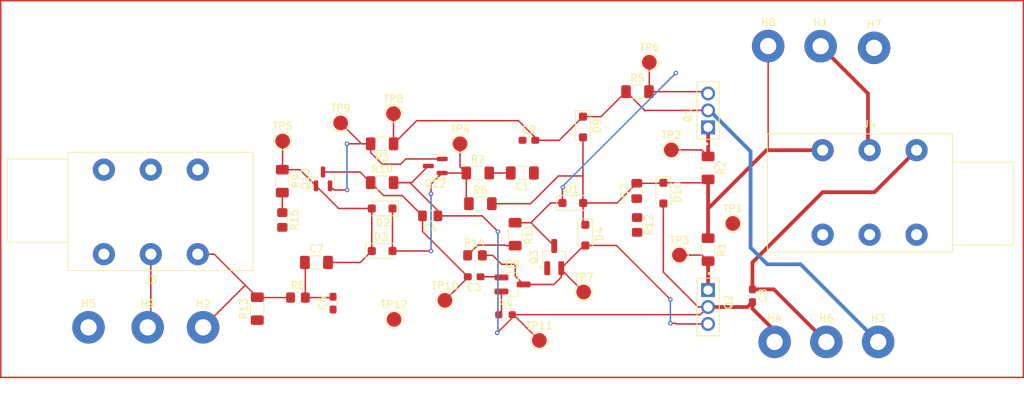
<source format=kicad_pcb>
(kicad_pcb (version 20241229) (generator "pcbnew") (generator_version "9.0")
  (layers (0 "F.Cu" signal) (2 "B.Cu" signal) (13 "F.Paste" user) (15 "B.Paste" user) (5 "F.SilkS" user "F.Silkscreen") (7 "B.SilkS" user "B.Silkscreen") (1 "F.Mask" user) (3 "B.Mask" user) (25 "Edge.Cuts" user))
  (net 0 "")
  (net 1 "Net-(C1-Pad2)")
  (net 2 "GND")
  (net 3 "Net-(C2-Pad1)")
  (net 4 "Net-(D1-A)")
  (net 5 "Net-(Q9-B)")
  (net 6 "Net-(Q13-C)")
  (net 7 "Net-(D10-A)")
  (net 8 "Net-(C6-Pad2)")
  (net 9 "Net-(D2-A)")
  (net 10 "Net-(D9-K)")
  (net 11 "Net-(D1-K)")
  (net 12 "Net-(D2-K)")
  (net 13 "Net-(D4-A)")
  (net 14 "Net-(H1-Pad1)")
  (net 15 "Net-(H2-Pad1)")
  (net 16 "Net-(H9-Pad1)")
  (net 23 "Net-(Q1-E)")
  (net 24 "Net-(Q2-E)")
  (net 25 "Net-(Q3-B)")
  (net 26 "Net-(Q9-E)")
  (net 27 "Net-(Q12-E)")
  (net 28 "Net-(R15-Pad1)")
  (footprint "Resistor_SMD:R_1206_3216Metric_Pad1.30x1.75mm_HandSolder" (layer "F.Cu") (at 88.3875 84.75)
    (property "Reference" "R10" (at 0 -1.83 0) (layer "F.SilkS"))
    (property "Value" "1k")
    (pad "1" smd roundrect (at -1.55 0) (size 1.3 1.75) (layers "F.Cu" "F.Mask" "F.Paste") (roundrect_rratio 0.192308) (net 6 "Net-(Q13-C)"))
    (pad "2" smd roundrect (at 1.55 0) (size 1.3 1.75) (layers "F.Cu" "F.Mask" "F.Paste") (roundrect_rratio 0.192308) (net 7 "Net-(D10-A)"))
  )
  (footprint "Capacitor_SMD:C_1206_3216Metric_Pad1.33x1.80mm_HandSolder" (layer "F.Cu") (at 79.5 95.55)
    (property "Reference" "C7" (at 0 -1.85 0) (layer "F.SilkS"))
    (property "Value" "22u")
    (pad "1" smd roundrect (at -1.5625 0) (size 1.325 1.8) (layers "F.Cu" "F.Mask" "F.Paste") (roundrect_rratio 0.188679) (net 8 "Net-(C6-Pad2)"))
    (pad "2" smd roundrect (at 1.5625 0) (size 1.325 1.8) (layers "F.Cu" "F.Mask" "F.Paste") (roundrect_rratio 0.188679) (net 9 "Net-(D2-A)"))
  )
  (footprint "TestPoint:TestPoint_Pad_D2.0mm" (layer "F.Cu") (at 90 103.25)
    (property "Reference" "TP12" (at 0 -1.998 0) (layer "F.SilkS"))
    (property "Value" "GND")
    (pad "1" smd circle (at 0 0) (size 2 2) (layers "F.Cu" "F.Mask") (net 2 "GND"))
  )
  (footprint "project-custom:TO229P780X300X1364-3" (layer "F.Cu") (at 132.48 77.2725 90)
    (property "Reference" "Q1" (at 1.625 -2.775 90) (layer "F.SilkS"))
    (property "Value" "MJE182G")
    (pad "1" thru_hole rect (at 0 0 90) (size 1.875 1.875) (drill 1.25) (layers "*.Cu" "*.Mask") (net 23 "Net-(Q1-E)"))
    (pad "2" thru_hole circle (at 2.29 0 90) (size 1.875 1.875) (drill 1.25) (layers "*.Cu" "*.Mask") (net 10 "Net-(D9-K)"))
    (pad "3" thru_hole circle (at 4.58 0 90) (size 1.875 1.875) (drill 1.25) (layers "*.Cu" "*.Mask") (net 11 "Net-(D1-K)"))
  )
  (footprint "TestPoint:TestPoint_Pad_D2.0mm" (layer "F.Cu") (at 96.875 100.675)
    (property "Reference" "TP10" (at 0 -1.998 0) (layer "F.SilkS"))
    (property "Value" "TestPoint")
    (pad "1" smd circle (at 0 0) (size 2 2) (layers "F.Cu" "F.Mask") (net 6 "Net-(Q13-C)"))
  )
  (footprint "Resistor_SMD:R_0805_2012Metric_Pad1.20x1.40mm_HandSolder" (layer "F.Cu") (at 77 100.3)
    (property "Reference" "R8" (at 0 -1.65 0) (layer "F.SilkS"))
    (property "Value" "200")
    (pad "1" smd roundrect (at -1 0) (size 1.2 1.4) (layers "F.Cu" "F.Mask" "F.Paste") (roundrect_rratio 0.208333) (net 15 "Net-(H2-Pad1)"))
    (pad "2" smd roundrect (at 1 0) (size 1.2 1.4) (layers "F.Cu" "F.Mask" "F.Paste") (roundrect_rratio 0.208333) (net 8 "Net-(C6-Pad2)"))
  )
  (footprint "Connector_Audio:Jack_6.35mm_Neutrik_NRJ6HM-1_Horizontal" (layer "F.Cu") (at 147.975 80.365)
    (property "Reference" "J4" (at 6.35 -3.5 0) (layer "F.SilkS"))
    (property "Value" "NRJ6HM-1")
    (pad "R" thru_hole circle (at 6.35 0) (size 3 3) (drill 1.5) (layers "*.Cu" "*.Mask") (net 14 "Net-(H1-Pad1)"))
    (pad "RN" thru_hole circle (at 6.35 11.43) (size 3 3) (drill 1.5) (layers "*.Cu" "*.Mask"))
    (pad "S" thru_hole circle (at 12.7 0) (size 3 3) (drill 1.5) (layers "*.Cu" "*.Mask") (net 2 "GND"))
    (pad "SN" thru_hole circle (at 12.7 11.43) (size 3 3) (drill 1.5) (layers "*.Cu" "*.Mask"))
    (pad "T" thru_hole circle (at 0 0) (size 3 3) (drill 1.5) (layers "*.Cu" "*.Mask") (net 4 "Net-(D1-A)"))
    (pad "TN" thru_hole circle (at 0 11.43) (size 3 3) (drill 1.5) (layers "*.Cu" "*.Mask"))
  )
  (footprint "Resistor_SMD:R_1206_3216Metric_Pad1.30x1.75mm_HandSolder" (layer "F.Cu") (at 106.375 91.725 -90)
    (property "Reference" "R11" (at 0 -1.83 90) (layer "F.SilkS"))
    (property "Value" "1k")
    (pad "1" smd roundrect (at -1.55 0 270) (size 1.3 1.75) (layers "F.Cu" "F.Mask" "F.Paste") (roundrect_rratio 0.192308) (net 11 "Net-(D1-K)"))
    (pad "2" smd roundrect (at 1.55 0 270) (size 1.3 1.75) (layers "F.Cu" "F.Mask" "F.Paste") (roundrect_rratio 0.192308) (net 25 "Net-(Q3-B)"))
  )
  (footprint "Diode_SMD:D_SOD-123F" (layer "F.Cu") (at 126.425 86.175 -90)
    (property "Reference" "D10" (at -0.127 -1.905 90) (layer "F.SilkS"))
    (property "Value" "SM4007PL")
    (pad "1" smd roundrect (at -1.4 0 270) (size 1.1 1.1) (layers "F.Cu" "F.Mask" "F.Paste") (roundrect_rratio 0.2272727273) (net 4 "Net-(D1-A)"))
    (pad "2" smd roundrect (at 1.4 0 270) (size 1.1 1.1) (layers "F.Cu" "F.Mask" "F.Paste") (roundrect_rratio 0.2272727273) (net 7 "Net-(D10-A)"))
  )
  (footprint "Package_TO_SOT_SMD:SOT-23_Handsoldering" (layer "F.Cu") (at 106.025 98.525)
    (property "Reference" "Q9" (at 0 -2.75 0) (layer "F.SilkS"))
    (property "Value" "MMBT5551(RANGE:200-300)")
    (pad "1" smd roundrect (at -1.5 -0.95) (size 1.9 0.8) (layers "F.Cu" "F.Mask" "F.Paste") (net 5 "Net-(Q9-B)"))
    (pad "2" smd roundrect (at -1.5 0.95) (size 1.9 0.8) (layers "F.Cu" "F.Mask" "F.Paste") (net 26 "Net-(Q9-E)"))
    (pad "3" smd roundrect (at 1.5 0) (size 1.9 0.8) (layers "F.Cu" "F.Mask" "F.Paste") (net 13 "Net-(D4-A)"))
  )
  (footprint "MountingHole:MountingHole_2.2mm_M2_Pad_TopBottom" (layer "F.Cu") (at 56.675 104.325)
    (property "Reference" "H9" (at 0 -3.2 0) (layer "F.SilkS"))
    (property "Value" "IN AMP B")
    (pad "1" thru_hole circle (at 0 0) (size 2.6 2.6) (drill 2.2) (layers "*.Cu" "*.Mask") (net 16 "Net-(H9-Pad1)"))
    (pad "1" connect circle (at 0 0) (size 4.4 4.4) (layers "F.Cu" "F.Mask") (net 16 "Net-(H9-Pad1)"))
    (pad "1" connect circle (at 0 0) (size 4.4 4.4) (layers "B.Cu" "B.Mask") (net 16 "Net-(H9-Pad1)"))
  )
  (footprint "TestPoint:TestPoint_Pad_D2.0mm" (layer "F.Cu") (at 74.925 79.125)
    (property "Reference" "TP5" (at 0 -1.998 0) (layer "F.SilkS"))
    (property "Value" "Input")
    (pad "1" smd circle (at 0 0) (size 2 2) (layers "F.Cu" "F.Mask") (net 9 "Net-(D2-A)"))
  )
  (footprint "Package_TO_SOT_SMD:SOT-23" (layer "F.Cu") (at 95.575 82.5 180)
    (property "Reference" "Q12" (at 0 -2.4 0) (layer "F.SilkS"))
    (property "Value" "MMBT5401")
    (pad "1" smd roundrect (at -0.9375 -0.95 180) (size 1.475 0.6) (layers "F.Cu" "F.Mask" "F.Paste") (net 12 "Net-(D2-K)"))
    (pad "2" smd roundrect (at -0.9375 0.95 180) (size 1.475 0.6) (layers "F.Cu" "F.Mask" "F.Paste") (net 27 "Net-(Q12-E)"))
    (pad "3" smd roundrect (at 0.9375 0 180) (size 1.475 0.6) (layers "F.Cu" "F.Mask" "F.Paste") (net 7 "Net-(D10-A)"))
  )
  (footprint "Capacitor_SMD:C_0805_2012Metric_Pad1.18x1.45mm_HandSolder" (layer "F.Cu") (at 122.825 85.875 90)
    (property "Reference" "C2" (at 0 -1.68 90) (layer "F.SilkS"))
    (property "Value" "10n")
    (pad "1" smd roundrect (at -1.0375 0 90) (size 1.175 1.45) (layers "F.Cu" "F.Mask" "F.Paste") (roundrect_rratio 0.212766) (net 3 "Net-(C2-Pad1)"))
    (pad "2" smd roundrect (at 1.0375 0 90) (size 1.175 1.45) (layers "F.Cu" "F.Mask" "F.Paste") (roundrect_rratio 0.212766) (net 4 "Net-(D1-A)"))
  )
  (footprint "Capacitor_SMD:C_1206_3216Metric_Pad1.33x1.80mm_HandSolder" (layer "F.Cu") (at 107.35 83.45 180)
    (property "Reference" "C1" (at 0 -1.85 0) (layer "F.SilkS"))
    (property "Value" "100u")
    (pad "1" smd roundrect (at -1.5625 0 180) (size 1.325 1.8) (layers "F.Cu" "F.Mask" "F.Paste") (roundrect_rratio 0.188679) (net 2 "GND"))
    (pad "2" smd roundrect (at 1.5625 0 180) (size 1.325 1.8) (layers "F.Cu" "F.Mask" "F.Paste") (roundrect_rratio 0.188679) (net 1 "Net-(C1-Pad2)"))
  )
  (footprint "Resistor_SMD:R_1206_3216Metric_Pad1.30x1.75mm_HandSolder" (layer "F.Cu") (at 88.3875 79.5 180)
    (property "Reference" "R3" (at 0 -1.83 0) (layer "F.SilkS"))
    (property "Value" "4k7")
    (pad "1" smd roundrect (at -1.55 0 180) (size 1.3 1.75) (layers "F.Cu" "F.Mask" "F.Paste") (roundrect_rratio 0.192308) (net 10 "Net-(D9-K)"))
    (pad "2" smd roundrect (at 1.55 0 180) (size 1.3 1.75) (layers "F.Cu" "F.Mask" "F.Paste") (roundrect_rratio 0.192308) (net 27 "Net-(Q12-E)"))
  )
  (footprint "MountingHole:MountingHole_2.2mm_M2_Pad_TopBottom" (layer "F.Cu") (at 154.925 66.525)
    (property "Reference" "H7" (at 0 -3.2 0) (layer "F.SilkS"))
    (property "Value" "GND")
    (pad "1" thru_hole circle (at 0 0) (size 2.6 2.6) (drill 2.2) (layers "*.Cu" "*.Mask") (net 2 "GND"))
    (pad "1" connect circle (at 0 0) (size 4.4 4.4) (layers "F.Cu" "F.Mask") (net 2 "GND"))
    (pad "1" connect circle (at 0 0) (size 4.4 4.4) (layers "B.Cu" "B.Mask") (net 2 "GND"))
  )
  (footprint "Resistor_SMD:R_1206_3216Metric_Pad1.30x1.75mm_HandSolder" (layer "F.Cu") (at 132.475 93.815 -90)
    (property "Reference" "R1" (at 0 -1.83 90) (layer "F.SilkS"))
    (property "Value" "10")
    (pad "1" smd roundrect (at -1.55 0 270) (size 1.3 1.75) (layers "F.Cu" "F.Mask" "F.Paste") (roundrect_rratio 0.192308) (net 4 "Net-(D1-A)"))
    (pad "2" smd roundrect (at 1.55 0 270) (size 1.3 1.75) (layers "F.Cu" "F.Mask" "F.Paste") (roundrect_rratio 0.192308) (net 24 "Net-(Q2-E)"))
  )
  (footprint "Resistor_SMD:R_0805_2012Metric_Pad1.20x1.40mm_HandSolder" (layer "F.Cu") (at 74.8875 89.8 -90)
    (property "Reference" "R15" (at 0 -1.65 90) (layer "F.SilkS"))
    (property "Value" "200")
    (pad "1" smd roundrect (at -1 0 270) (size 1.2 1.4) (layers "F.Cu" "F.Mask" "F.Paste") (roundrect_rratio 0.208333) (net 28 "Net-(R15-Pad1)"))
    (pad "2" smd roundrect (at 1 0 270) (size 1.2 1.4) (layers "F.Cu" "F.Mask" "F.Paste") (roundrect_rratio 0.208333) (net 2 "GND"))
  )
  (footprint "Connector_Audio:Jack_6.35mm_Neutrik_NRJ6HM-1_Horizontal" (layer "F.Cu") (at 63.45 94.43 180)
    (property "Reference" "J3" (at 6.35 -3.5 0) (layer "F.SilkS"))
    (property "Value" "ACJS-MHOM")
    (pad "R" thru_hole circle (at 6.35 0 180) (size 3 3) (drill 1.5) (layers "*.Cu" "*.Mask") (net 16 "Net-(H9-Pad1)"))
    (pad "RN" thru_hole circle (at 6.35 11.43 180) (size 3 3) (drill 1.5) (layers "*.Cu" "*.Mask"))
    (pad "S" thru_hole circle (at 12.7 0 180) (size 3 3) (drill 1.5) (layers "*.Cu" "*.Mask") (net 2 "GND"))
    (pad "SN" thru_hole circle (at 12.7 11.43 180) (size 3 3) (drill 1.5) (layers "*.Cu" "*.Mask"))
    (pad "T" thru_hole circle (at 0 0 180) (size 3 3) (drill 1.5) (layers "*.Cu" "*.Mask") (net 15 "Net-(H2-Pad1)"))
    (pad "TN" thru_hole circle (at 0 11.43 180) (size 3 3) (drill 1.5) (layers "*.Cu" "*.Mask"))
  )
  (footprint "TestPoint:TestPoint_Pad_D2.0mm" (layer "F.Cu") (at 127.5 80.325)
    (property "Reference" "TP2" (at 0 -1.998 0) (layer "F.SilkS"))
    (property "Value" "Q1")
    (pad "1" smd circle (at 0 0) (size 2 2) (layers "F.Cu" "F.Mask") (net 23 "Net-(Q1-E)"))
  )
  (footprint "MountingHole:MountingHole_2.2mm_M2_Pad_TopBottom" (layer "F.Cu") (at 147.7 66.3)
    (property "Reference" "H1" (at 0 -3.2 0) (layer "F.SilkS"))
    (property "Value" "OUT AMP B")
    (pad "1" thru_hole circle (at 0 0) (size 2.6 2.6) (drill 2.2) (layers "*.Cu" "*.Mask") (net 14 "Net-(H1-Pad1)"))
    (pad "1" connect circle (at 0 0) (size 4.4 4.4) (layers "F.Cu" "F.Mask") (net 14 "Net-(H1-Pad1)"))
    (pad "1" connect circle (at 0 0) (size 4.4 4.4) (layers "B.Cu" "B.Mask") (net 14 "Net-(H1-Pad1)"))
  )
  (footprint "Capacitor_SMD:C_0805_2012Metric_Pad1.18x1.45mm_HandSolder" (layer "F.Cu") (at 94.8875 89.25 180)
    (property "Reference" "C4" (at 0 -1.68 0) (layer "F.SilkS"))
    (property "Value" "10n")
    (pad "1" smd roundrect (at -1.0375 0 180) (size 1.175 1.45) (layers "F.Cu" "F.Mask" "F.Paste") (roundrect_rratio 0.212766) (net 7 "Net-(D10-A)"))
    (pad "2" smd roundrect (at 1.0375 0 180) (size 1.175 1.45) (layers "F.Cu" "F.Mask" "F.Paste") (roundrect_rratio 0.212766) (net 6 "Net-(Q13-C)"))
  )
  (footprint "MountingHole:MountingHole_2.2mm_M2_Pad_TopBottom" (layer "F.Cu") (at 148.475 106.295)
    (property "Reference" "H6" (at 0 -3.2 0) (layer "F.SilkS"))
    (property "Value" "VCC GND")
    (pad "1" thru_hole circle (at 0 0) (size 2.6 2.6) (drill 2.2) (layers "*.Cu" "*.Mask") (net 2 "GND"))
    (pad "1" connect circle (at 0 0) (size 4.4 4.4) (layers "F.Cu" "F.Mask") (net 2 "GND"))
    (pad "1" connect circle (at 0 0) (size 4.4 4.4) (layers "B.Cu" "B.Mask") (net 2 "GND"))
  )
  (footprint "TestPoint:TestPoint_Pad_D2.0mm" (layer "F.Cu") (at 82.775 76.675)
    (property "Reference" "TP9" (at 0 -1.998 0) (layer "F.SilkS"))
    (property "Value" "TestPoint")
    (pad "1" smd circle (at 0 0) (size 2 2) (layers "F.Cu" "F.Mask") (net 27 "Net-(Q12-E)"))
  )
  (footprint "TestPoint:TestPoint_Pad_D2.0mm" (layer "F.Cu") (at 128.6 94.55)
    (property "Reference" "TP3" (at 0 -1.998 0) (layer "F.SilkS"))
    (property "Value" "Q2")
    (pad "1" smd circle (at 0 0) (size 2 2) (layers "F.Cu" "F.Mask") (net 24 "Net-(Q2-E)"))
  )
  (footprint "Diode_SMD:D_SOD-123F" (layer "F.Cu") (at 115.55 77.225 -90)
    (property "Reference" "D9" (at -0.127 -1.905 90) (layer "F.SilkS"))
    (property "Value" "SM4007PL")
    (pad "1" smd roundrect (at -1.4 0 270) (size 1.1 1.1) (layers "F.Cu" "F.Mask" "F.Paste") (roundrect_rratio 0.2272727273) (net 10 "Net-(D9-K)"))
    (pad "2" smd roundrect (at 1.4 0 270) (size 1.1 1.1) (layers "F.Cu" "F.Mask" "F.Paste") (roundrect_rratio 0.2272727273) (net 4 "Net-(D1-A)"))
  )
  (footprint "project-custom:TO229P780X300X1364-3" (layer "F.Cu") (at 132.47 99.2875 -90)
    (property "Reference" "Q2" (at 1.625 -2.775 90) (layer "F.SilkS"))
    (property "Value" "MJE172G")
    (pad "1" thru_hole rect (at 0 0 270) (size 1.875 1.875) (drill 1.25) (layers "*.Cu" "*.Mask") (net 24 "Net-(Q2-E)"))
    (pad "2" thru_hole circle (at 2.29 0 270) (size 1.875 1.875) (drill 1.25) (layers "*.Cu" "*.Mask") (net 7 "Net-(D10-A)"))
    (pad "3" thru_hole circle (at 4.58 0 270) (size 1.875 1.875) (drill 1.25) (layers "*.Cu" "*.Mask") (net 13 "Net-(D4-A)"))
  )
  (footprint "MountingHole:MountingHole_2.2mm_M2_Pad_TopBottom" (layer "F.Cu") (at 141.475 106.295)
    (property "Reference" "H4" (at 0 -3.2 0) (layer "F.SilkS"))
    (property "Value" "VCC -")
    (pad "1" thru_hole circle (at 0 0) (size 2.6 2.6) (drill 2.2) (layers "*.Cu" "*.Mask") (net 7 "Net-(D10-A)"))
    (pad "1" connect circle (at 0 0) (size 4.4 4.4) (layers "F.Cu" "F.Mask") (net 7 "Net-(D10-A)"))
    (pad "1" connect circle (at 0 0) (size 4.4 4.4) (layers "B.Cu" "B.Mask") (net 7 "Net-(D10-A)"))
  )
  (footprint "MountingHole:MountingHole_2.2mm_M2_Pad_TopBottom" (layer "F.Cu") (at 155.475 106.295)
    (property "Reference" "H3" (at 0 -3.2 0) (layer "F.SilkS"))
    (property "Value" "VCC +")
    (pad "1" thru_hole circle (at 0 0) (size 2.6 2.6) (drill 2.2) (layers "*.Cu" "*.Mask") (net 10 "Net-(D9-K)"))
    (pad "1" connect circle (at 0 0) (size 4.4 4.4) (layers "F.Cu" "F.Mask") (net 10 "Net-(D9-K)"))
    (pad "1" connect circle (at 0 0) (size 4.4 4.4) (layers "B.Cu" "B.Mask") (net 10 "Net-(D9-K)"))
  )
  (footprint "Diode_SMD:D_SOD-123F" (layer "F.Cu") (at 88.3875 94)
    (property "Reference" "D3" (at -0.127 -1.905 0) (layer "F.SilkS"))
    (property "Value" "SM4007PL")
    (pad "1" smd roundrect (at -1.4 0) (size 1.1 1.1) (layers "F.Cu" "F.Mask" "F.Paste") (roundrect_rratio 0.2272727273) (net 9 "Net-(D2-A)"))
    (pad "2" smd roundrect (at 1.4 0) (size 1.1 1.1) (layers "F.Cu" "F.Mask" "F.Paste") (roundrect_rratio 0.2272727273) (net 12 "Net-(D2-K)"))
  )
  (footprint "Capacitor_SMD:C_0603_1608Metric_Pad1.08x0.95mm_HandSolder" (layer "F.Cu") (at 108.2375 79.025)
    (property "Reference" "C9" (at 0 -1.43 0) (layer "F.SilkS"))
    (property "Value" "100n")
    (pad "1" smd roundrect (at -0.8625 0) (size 1.075 0.95) (layers "F.Cu" "F.Mask" "F.Paste") (net 2 "GND"))
    (pad "2" smd roundrect (at 0.8625 0) (size 1.075 0.95) (layers "F.Cu" "F.Mask" "F.Paste") (net 10 "Net-(D9-K)"))
  )
  (footprint "Resistor_SMD:R_0805_2012Metric_Pad1.20x1.40mm_HandSolder" (layer "F.Cu") (at 122.875 90.475 -90)
    (property "Reference" "R12" (at 0 -1.65 90) (layer "F.SilkS"))
    (property "Value" "51")
    (pad "1" smd roundrect (at -1 0 270) (size 1.2 1.4) (layers "F.Cu" "F.Mask" "F.Paste") (roundrect_rratio 0.208333) (net 3 "Net-(C2-Pad1)"))
    (pad "2" smd roundrect (at 1 0 270) (size 1.2 1.4) (layers "F.Cu" "F.Mask" "F.Paste") (roundrect_rratio 0.208333) (net 2 "GND"))
  )
  (footprint "Capacitor_SMD:C_0603_1608Metric_Pad1.08x0.95mm_HandSolder" (layer "F.Cu") (at 81.75 101.05 90)
    (property "Reference" "C6" (at 0 -1.43 90) (layer "F.SilkS"))
    (property "Value" "220p")
    (pad "1" smd roundrect (at -0.8625 0 90) (size 1.075 0.95) (layers "F.Cu" "F.Mask" "F.Paste") (net 2 "GND"))
    (pad "2" smd roundrect (at 0.8625 0 90) (size 1.075 0.95) (layers "F.Cu" "F.Mask" "F.Paste") (net 8 "Net-(C6-Pad2)"))
  )
  (footprint "Package_TO_SOT_SMD:SOT-23" (layer "F.Cu") (at 80.3875 84.25 90)
    (property "Reference" "Q13" (at 0 -2.4 90) (layer "F.SilkS"))
    (property "Value" "MMBT5401")
    (pad "1" smd roundrect (at -0.9375 -0.95 90) (size 1.475 0.6) (layers "F.Cu" "F.Mask" "F.Paste") (net 9 "Net-(D2-A)"))
    (pad "2" smd roundrect (at -0.9375 0.95 90) (size 1.475 0.6) (layers "F.Cu" "F.Mask" "F.Paste") (net 27 "Net-(Q12-E)"))
    (pad "3" smd roundrect (at 0.9375 0 90) (size 1.475 0.6) (layers "F.Cu" "F.Mask" "F.Paste") (net 6 "Net-(Q13-C)"))
  )
  (footprint "Capacitor_SMD:C_0603_1608Metric_Pad1.08x0.95mm_HandSolder" (layer "F.Cu") (at 138.475 100.045 -90)
    (property "Reference" "C8" (at 0 -1.43 90) (layer "F.SilkS"))
    (property "Value" "100n")
    (pad "1" smd roundrect (at -0.8625 0 270) (size 1.075 0.95) (layers "F.Cu" "F.Mask" "F.Paste") (net 2 "GND"))
    (pad "2" smd roundrect (at 0.8625 0 270) (size 1.075 0.95) (layers "F.Cu" "F.Mask" "F.Paste") (net 7 "Net-(D10-A)"))
  )
  (footprint "Resistor_SMD:R_0603_1608Metric_Pad0.98x0.95mm_HandSolder" (layer "F.Cu") (at 105.075 102.6125)
    (property "Reference" "R4" (at 0 -1.43 0) (layer "F.SilkS"))
    (property "Value" "75")
    (pad "1" smd roundrect (at -0.9125 0) (size 0.975 0.95) (layers "F.Cu" "F.Mask" "F.Paste") (net 26 "Net-(Q9-E)"))
    (pad "2" smd roundrect (at 0.9125 0) (size 0.975 0.95) (layers "F.Cu" "F.Mask" "F.Paste") (net 7 "Net-(D10-A)"))
  )
  (footprint "Resistor_SMD:R_1206_3216Metric_Pad1.30x1.75mm_HandSolder" (layer "F.Cu") (at 101.675 87.6)
    (property "Reference" "R6" (at 0 -1.83 0) (layer "F.SilkS"))
    (property "Value" "10k")
    (pad "1" smd roundrect (at -1.55 0) (size 1.3 1.75) (layers "F.Cu" "F.Mask" "F.Paste") (roundrect_rratio 0.192308) (net 12 "Net-(D2-K)"))
    (pad "2" smd roundrect (at 1.55 0) (size 1.3 1.75) (layers "F.Cu" "F.Mask" "F.Paste") (roundrect_rratio 0.192308) (net 4 "Net-(D1-A)"))
  )
  (footprint "Package_TO_SOT_SMD:SOT-23_Handsoldering" (layer "F.Cu") (at 111.6625 94.825 90)
    (property "Reference" "Q3" (at 0 -2.75 90) (layer "F.SilkS"))
    (property "Value" "MMBT5551(RANGE:200-300)")
    (pad "1" smd roundrect (at -1.5 -0.95 90) (size 1.9 0.8) (layers "F.Cu" "F.Mask" "F.Paste") (net 25 "Net-(Q3-B)"))
    (pad "2" smd roundrect (at -1.5 0.95 90) (size 1.9 0.8) (layers "F.Cu" "F.Mask" "F.Paste") (net 13 "Net-(D4-A)"))
    (pad "3" smd roundrect (at 1.5 0 90) (size 1.9 0.8) (layers "F.Cu" "F.Mask" "F.Paste") (net 11 "Net-(D1-K)"))
  )
  (footprint "Resistor_SMD:R_1206_3216Metric_Pad1.30x1.75mm_HandSolder" (layer "F.Cu") (at 122.925 72.45)
    (property "Reference" "R5" (at 0 -1.83 0) (layer "F.SilkS"))
    (property "Value" "2k")
    (pad "1" smd roundrect (at -1.55 0) (size 1.3 1.75) (layers "F.Cu" "F.Mask" "F.Paste") (roundrect_rratio 0.192308) (net 10 "Net-(D9-K)"))
    (pad "2" smd roundrect (at 1.55 0) (size 1.3 1.75) (layers "F.Cu" "F.Mask" "F.Paste") (roundrect_rratio 0.192308) (net 11 "Net-(D1-K)"))
  )
  (footprint "TestPoint:TestPoint_Pad_D2.0mm" (layer "F.Cu") (at 89.925 75.425)
    (property "Reference" "TP8" (at 0 -1.998 0) (layer "F.SilkS"))
    (property "Value" "TestPoint")
    (pad "1" smd circle (at 0 0) (size 2 2) (layers "F.Cu" "F.Mask") (net 10 "Net-(D9-K)"))
  )
  (footprint "TestPoint:TestPoint_Pad_D2.0mm" (layer "F.Cu") (at 124.525 68.475)
    (property "Reference" "TP6" (at 0 -1.998 0) (layer "F.SilkS"))
    (property "Value" "TestPoint")
    (pad "1" smd circle (at 0 0) (size 2 2) (layers "F.Cu" "F.Mask") (net 11 "Net-(D1-K)"))
  )
  (footprint "Capacitor_SMD:C_0603_1608Metric_Pad1.08x0.95mm_HandSolder" (layer "F.Cu") (at 100.8375 97.4875 180)
    (property "Reference" "C3" (at 0 -1.43 0) (layer "F.SilkS"))
    (property "Value" "1n")
    (pad "1" smd roundrect (at -0.8625 0 180) (size 1.075 0.95) (layers "F.Cu" "F.Mask" "F.Paste") (net 5 "Net-(Q9-B)"))
    (pad "2" smd roundrect (at 0.8625 0 180) (size 1.075 0.95) (layers "F.Cu" "F.Mask" "F.Paste") (net 6 "Net-(Q13-C)"))
  )
  (footprint "TestPoint:TestPoint_Pad_D2.0mm" (layer "F.Cu") (at 98.925 79.5)
    (property "Reference" "TP4" (at 0 -1.998 0) (layer "F.SilkS"))
    (property "Value" "TestPoint")
    (pad "1" smd circle (at 0 0) (size 2 2) (layers "F.Cu" "F.Mask") (net 12 "Net-(D2-K)"))
  )
  (footprint "Diode_SMD:D_SOD-123F" (layer "F.Cu") (at 114.175 87.5)
    (property "Reference" "D1" (at -0.127 -1.905 0) (layer "F.SilkS"))
    (property "Value" "SM4007PL")
    (pad "1" smd roundrect (at -1.4 0) (size 1.1 1.1) (layers "F.Cu" "F.Mask" "F.Paste") (roundrect_rratio 0.2272727273) (net 11 "Net-(D1-K)"))
    (pad "2" smd roundrect (at 1.4 0) (size 1.1 1.1) (layers "F.Cu" "F.Mask" "F.Paste") (roundrect_rratio 0.2272727273) (net 4 "Net-(D1-A)"))
  )
  (footprint "Diode_SMD:D_SOD-123F" (layer "F.Cu") (at 88.3875 88.25 180)
    (property "Reference" "D2" (at -0.127 -1.905 0) (layer "F.SilkS"))
    (property "Value" "SM4007PL")
    (pad "1" smd roundrect (at -1.4 0 180) (size 1.1 1.1) (layers "F.Cu" "F.Mask" "F.Paste") (roundrect_rratio 0.2272727273) (net 12 "Net-(D2-K)"))
    (pad "2" smd roundrect (at 1.4 0 180) (size 1.1 1.1) (layers "F.Cu" "F.Mask" "F.Paste") (roundrect_rratio 0.2272727273) (net 9 "Net-(D2-A)"))
  )
  (footprint "TestPoint:TestPoint_Pad_D2.0mm" (layer "F.Cu") (at 109.65 106.1)
    (property "Reference" "TP11" (at 0 -1.998 0) (layer "F.SilkS"))
    (property "Value" "TestPoint")
    (pad "1" smd circle (at 0 0) (size 2 2) (layers "F.Cu" "F.Mask") (net 7 "Net-(D10-A)"))
  )
  (footprint "MountingHole:MountingHole_2.2mm_M2_Pad_TopBottom" (layer "F.Cu") (at 48.675 104.325)
    (property "Reference" "H5" (at 0 -3.2 0) (layer "F.SilkS"))
    (property "Value" "GND")
    (pad "1" thru_hole circle (at 0 0) (size 2.6 2.6) (drill 2.2) (layers "*.Cu" "*.Mask") (net 2 "GND"))
    (pad "1" connect circle (at 0 0) (size 4.4 4.4) (layers "F.Cu" "F.Mask") (net 2 "GND"))
    (pad "1" connect circle (at 0 0) (size 4.4 4.4) (layers "B.Cu" "B.Mask") (net 2 "GND"))
  )
  (footprint "Resistor_SMD:R_0805_2012Metric_Pad1.20x1.40mm_HandSolder" (layer "F.Cu") (at 100.95 94.5875)
    (property "Reference" "R14" (at -0.05 -1.725 0) (layer "F.SilkS"))
    (property "Value" "510")
    (pad "1" smd roundrect (at -1 0) (size 1.2 1.4) (layers "F.Cu" "F.Mask" "F.Paste") (roundrect_rratio 0.208333) (net 25 "Net-(Q3-B)"))
    (pad "2" smd roundrect (at 1 0) (size 1.2 1.4) (layers "F.Cu" "F.Mask" "F.Paste") (roundrect_rratio 0.208333) (net 13 "Net-(D4-A)"))
  )
  (footprint "Resistor_SMD:R_1206_3216Metric_Pad1.30x1.75mm_HandSolder" (layer "F.Cu") (at 74.8875 84.55 -90)
    (property "Reference" "R9" (at 0 -1.83 90) (layer "F.SilkS"))
    (property "Value" "10k")
    (pad "1" smd roundrect (at -1.55 0 270) (size 1.3 1.75) (layers "F.Cu" "F.Mask" "F.Paste") (roundrect_rratio 0.192308) (net 9 "Net-(D2-A)"))
    (pad "2" smd roundrect (at 1.55 0 270) (size 1.3 1.75) (layers "F.Cu" "F.Mask" "F.Paste") (roundrect_rratio 0.192308) (net 28 "Net-(R15-Pad1)"))
  )
  (footprint "MountingHole:MountingHole_2.2mm_M2_Pad_TopBottom" (layer "F.Cu") (at 140.6 66.275)
    (property "Reference" "H8" (at 0 -3.2 0) (layer "F.SilkS"))
    (property "Value" "OUT")
    (pad "1" thru_hole circle (at 0 0) (size 2.6 2.6) (drill 2.2) (layers "*.Cu" "*.Mask") (net 4 "Net-(D1-A)"))
    (pad "1" connect circle (at 0 0) (size 4.4 4.4) (layers "F.Cu" "F.Mask") (net 4 "Net-(D1-A)"))
    (pad "1" connect circle (at 0 0) (size 4.4 4.4) (layers "B.Cu" "B.Mask") (net 4 "Net-(D1-A)"))
  )
  (footprint "MountingHole:MountingHole_2.2mm_M2_Pad_TopBottom" (layer "F.Cu") (at 64.175 104.325)
    (property "Reference" "H2" (at 0 -3.2 0) (layer "F.SilkS"))
    (property "Value" "IN")
    (pad "1" thru_hole circle (at 0 0) (size 2.6 2.6) (drill 2.2) (layers "*.Cu" "*.Mask") (net 15 "Net-(H2-Pad1)"))
    (pad "1" connect circle (at 0 0) (size 4.4 4.4) (layers "F.Cu" "F.Mask") (net 15 "Net-(H2-Pad1)"))
    (pad "1" connect circle (at 0 0) (size 4.4 4.4) (layers "B.Cu" "B.Mask") (net 15 "Net-(H2-Pad1)"))
  )
  (footprint "Resistor_SMD:R_1206_3216Metric_Pad1.30x1.75mm_HandSolder" (layer "F.Cu") (at 132.475 82.765 -90)
    (property "Reference" "R2" (at 0 -1.83 90) (layer "F.SilkS"))
    (property "Value" "10")
    (pad "1" smd roundrect (at -1.55 0 270) (size 1.3 1.75) (layers "F.Cu" "F.Mask" "F.Paste") (roundrect_rratio 0.192308) (net 23 "Net-(Q1-E)"))
    (pad "2" smd roundrect (at 1.55 0 270) (size 1.3 1.75) (layers "F.Cu" "F.Mask" "F.Paste") (roundrect_rratio 0.192308) (net 4 "Net-(D1-A)"))
  )
  (footprint "TestPoint:TestPoint_Pad_D2.0mm" (layer "F.Cu") (at 115.65 99.55)
    (property "Reference" "TP7" (at 0 -1.998 0) (layer "F.SilkS"))
    (property "Value" "TestPoint")
    (pad "1" smd circle (at 0 0) (size 2 2) (layers "F.Cu" "F.Mask") (net 13 "Net-(D4-A)"))
  )
  (footprint "Resistor_SMD:R_1206_3216Metric_Pad1.30x1.75mm_HandSolder" (layer "F.Cu") (at 71.5 101.8 90)
    (property "Reference" "R13" (at 0 -1.83 90) (layer "F.SilkS"))
    (property "Value" "100k")
    (pad "1" smd roundrect (at -1.55 0 90) (size 1.3 1.75) (layers "F.Cu" "F.Mask" "F.Paste") (roundrect_rratio 0.192308) (net 2 "GND"))
    (pad "2" smd roundrect (at 1.55 0 90) (size 1.3 1.75) (layers "F.Cu" "F.Mask" "F.Paste") (roundrect_rratio 0.192308) (net 15 "Net-(H2-Pad1)"))
  )
  (footprint "Resistor_SMD:R_1206_3216Metric_Pad1.30x1.75mm_HandSolder" (layer "F.Cu") (at 101.325 83.45)
    (property "Reference" "R7" (at 0 -1.83 0) (layer "F.SilkS"))
    (property "Value" "2k")
    (pad "1" smd roundrect (at -1.55 0) (size 1.3 1.75) (layers "F.Cu" "F.Mask" "F.Paste") (roundrect_rratio 0.192308) (net 12 "Net-(D2-K)"))
    (pad "2" smd roundrect (at 1.55 0) (size 1.3 1.75) (layers "F.Cu" "F.Mask" "F.Paste") (roundrect_rratio 0.192308) (net 1 "Net-(C1-Pad2)"))
  )
  (footprint "TestPoint:TestPoint_Pad_D2.0mm" (layer "F.Cu") (at 135.825 90.275)
    (property "Reference" "TP1" (at 0 -1.998 0) (layer "F.SilkS"))
    (property "Value" "Output")
    (pad "1" smd circle (at 0 0) (size 2 2) (layers "F.Cu" "F.Mask") (net 4 "Net-(D1-A)"))
  )
  (footprint "Diode_SMD:D_SOD-123F" (layer "F.Cu") (at 115.875 91.85 -90)
    (property "Reference" "D4" (at -0.127 -1.905 90) (layer "F.SilkS"))
    (property "Value" "SM4007PL")
    (pad "1" smd roundrect (at -1.4 0 270) (size 1.1 1.1) (layers "F.Cu" "F.Mask" "F.Paste") (roundrect_rratio 0.2272727273) (net 4 "Net-(D1-A)"))
    (pad "2" smd roundrect (at 1.4 0 270) (size 1.1 1.1) (layers "F.Cu" "F.Mask" "F.Paste") (roundrect_rratio 0.2272727273) (net 13 "Net-(D4-A)"))
  )
  (gr_rect (start 36.8 60.15) (end 175.125 111.1) (stroke (width 0.2)) (fill no) (layer "F.Cu"))
  (segment (start 102.875 83.45) (end 105.7875 83.45) (width 0.2) (layer "F.Cu") (net 1))
  (segment (start 147.975 86.045) (end 138.475 95.545) (width 0.508) (layer "F.Cu") (net 2))
  (segment (start 141.3625 99.1825) (end 138.475 99.1825) (width 0.508) (layer "F.Cu") (net 2))
  (segment (start 138.475 95.545) (end 138.475 99.1825) (width 0.508) (layer "F.Cu") (net 2))
  (segment (start 160.675 80.365) (end 154.995 86.045) (width 0.508) (layer "F.Cu") (net 2))
  (segment (start 148.475 106.295) (end 141.3625 99.1825) (width 0.508) (layer "F.Cu") (net 2))
  (segment (start 154.995 86.045) (end 147.975 86.045) (width 0.508) (layer "F.Cu") (net 2))
  (segment (start 132.015 84.775) (end 132.475 84.315) (width 0.2) (layer "F.Cu") (net 4))
  (segment (start 115.55 87.475) (end 115.575 87.5) (width 0.2) (layer "F.Cu") (net 4))
  (segment (start 132.475 88.265) (end 132.475 92.265) (width 0.508) (layer "F.Cu") (net 4))
  (segment (start 120.1625 87.5) (end 122.825 84.8375) (width 0.2) (layer "F.Cu") (net 4))
  (segment (start 122.825 84.8375) (end 126.3625 84.8375) (width 0.2) (layer "F.Cu") (net 4))
  (segment (start 115.55 78.625) (end 115.55 83.85) (width 0.2) (layer "F.Cu") (net 4))
  (segment (start 112.225 83.85) (end 115.55 83.85) (width 0.2) (layer "F.Cu") (net 4))
  (segment (start 108.475 87.6) (end 112.225 83.85) (width 0.2) (layer "F.Cu") (net 4))
  (segment (start 140.6 66.275) (end 140.6 80.265) (width 0.2) (layer "F.Cu") (net 4))
  (segment (start 115.575 87.5) (end 120.1625 87.5) (width 0.2) (layer "F.Cu") (net 4))
  (segment (start 115.575 90.15) (end 115.875 90.45) (width 0.2) (layer "F.Cu") (net 4))
  (segment (start 132.475 84.315) (end 132.475 88.265) (width 0.508) (layer "F.Cu") (net 4))
  (segment (start 115.55 83.85) (end 115.55 87.475) (width 0.2) (layer "F.Cu") (net 4))
  (segment (start 115.575 87.5) (end 115.575 90.15) (width 0.2) (layer "F.Cu") (net 4))
  (segment (start 147.975 80.365) (end 140.7 80.365) (width 0.508) (layer "F.Cu") (net 4))
  (segment (start 126.3625 84.8375) (end 126.425 84.775) (width 0.2) (layer "F.Cu") (net 4))
  (segment (start 103.225 87.6) (end 108.475 87.6) (width 0.2) (layer "F.Cu") (net 4))
  (segment (start 126.425 84.775) (end 132.015 84.775) (width 0.2) (layer "F.Cu") (net 4))
  (segment (start 140.6 80.265) (end 140.7 80.365) (width 0.2) (layer "F.Cu") (net 4))
  (segment (start 140.375 80.365) (end 132.475 88.265) (width 0.508) (layer "F.Cu") (net 4))
  (segment (start 140.7 80.365) (end 140.375 80.365) (width 0.508) (layer "F.Cu") (net 4))
  (segment (start 104.4375 97.4875) (end 104.525 97.575) (width 0.2) (layer "F.Cu") (net 5))
  (segment (start 101.7 97.4875) (end 104.4375 97.4875) (width 0.2) (layer "F.Cu") (net 5))
  (segment (start 96.875 100.675) (end 99.975 97.575) (width 0.2) (layer "F.Cu") (net 6))
  (segment (start 93.85 89.25) (end 93.85 91.3625) (width 0.2) (layer "F.Cu") (net 6))
  (segment (start 91.1 86.5) (end 93.85 89.25) (width 0.2) (layer "F.Cu") (net 6))
  (segment (start 93.85 91.3625) (end 99.975 97.4875) (width 0.2) (layer "F.Cu") (net 6))
  (segment (start 88.5875 86.5) (end 91.1 86.5) (width 0.2) (layer "F.Cu") (net 6))
  (segment (start 85.4 83.3125) (end 86.8375 84.75) (width 0.2) (layer "F.Cu") (net 6))
  (segment (start 99.975 97.575) (end 99.975 97.4875) (width 0.2) (layer "F.Cu") (net 6))
  (segment (start 86.8375 84.75) (end 88.5875 86.5) (width 0.2) (layer "F.Cu") (net 6))
  (segment (start 80.3875 83.3125) (end 85.4 83.3125) (width 0.2) (layer "F.Cu") (net 6))
  (segment (start 95.925 89.25) (end 101.925 89.25) (width 0.2) (layer "F.Cu") (net 7))
  (segment (start 132.47 101.5775) (end 137.805 101.5775) (width 0.508) (layer "F.Cu") (net 7))
  (segment (start 131.435 102.6125) (end 132.47 101.5775) (width 0.2) (layer "F.Cu") (net 7))
  (segment (start 106.1625 102.6125) (end 105.9875 102.6125) (width 0.2) (layer "F.Cu") (net 7))
  (segment (start 109.65 106.1) (end 106.1625 102.6125) (width 0.2) (layer "F.Cu") (net 7))
  (segment (start 92.1375 84.75) (end 95.925 88.5375) (width 0.2) (layer "F.Cu") (net 7))
  (segment (start 105.9875 102.6125) (end 131.435 102.6125) (width 0.2) (layer "F.Cu") (net 7))
  (segment (start 101.925 89.25) (end 104.05 91.375) (width 0.2) (layer "F.Cu") (net 7))
  (segment (start 131.144175 101.5775) (end 132.47 101.5775) (width 0.2) (layer "F.Cu") (net 7))
  (segment (start 89.9375 84.75) (end 92.1375 84.75) (width 0.2) (layer "F.Cu") (net 7))
  (segment (start 141.475 104.795) (end 138.475 101.795) (width 0.508) (layer "F.Cu") (net 7))
  (segment (start 126.425 96.858325) (end 131.144175 101.5775) (width 0.2) (layer "F.Cu") (net 7))
  (segment (start 141.475 106.295) (end 141.475 104.795) (width 0.508) (layer "F.Cu") (net 7))
  (segment (start 126.425 87.575) (end 126.425 96.858325) (width 0.2) (layer "F.Cu") (net 7))
  (segment (start 92.3875 84.75) (end 94.6375 82.5) (width 0.2) (layer "F.Cu") (net 7))
  (segment (start 138.475 101.795) (end 138.475 100.9075) (width 0.508) (layer "F.Cu") (net 7))
  (segment (start 95.925 88.5375) (end 95.925 89.25) (width 0.2) (layer "F.Cu") (net 7))
  (segment (start 105.9875 103.0375) (end 105.9875 102.6125) (width 0.2) (layer "F.Cu") (net 7))
  (segment (start 103.95 105.075) (end 105.9875 103.0375) (width 0.2) (layer "F.Cu") (net 7))
  (segment (start 137.805 101.5775) (end 138.475 100.9075) (width 0.508) (layer "F.Cu") (net 7))
  (segment (start 89.9375 84.75) (end 92.3875 84.75) (width 0.2) (layer "F.Cu") (net 7))
  (via (at 104.05 91.375) (size 0.6) (drill 0.3) (layers "F.Cu" "B.Cu") (net 7))
  (via (at 103.95 105.075) (size 0.6) (drill 0.3) (layers "F.Cu" "B.Cu") (net 7))
  (segment (start 104.05 91.375) (end 104.05 104.975) (width 0.2) (layer "B.Cu") (net 7))
  (segment (start 104.05 104.975) (end 103.95 105.075) (width 0.2) (layer "B.Cu") (net 7))
  (segment (start 78 100.3) (end 78 95.6125) (width 0.2) (layer "F.Cu") (net 8))
  (segment (start 81.6375 100.3) (end 81.75 100.1875) (width 0.2) (layer "F.Cu") (net 8))
  (segment (start 78 95.6125) (end 77.9375 95.55) (width 0.2) (layer "F.Cu") (net 8))
  (segment (start 78 100.3) (end 81.6375 100.3) (width 0.2) (layer "F.Cu") (net 8))
  (segment (start 79.4375 85.1875) (end 82.5 88.25) (width 0.2) (layer "F.Cu") (net 9))
  (segment (start 85.4375 95.55) (end 86.9875 94) (width 0.2) (layer "F.Cu") (net 9))
  (segment (start 74.925 82.9625) (end 74.8875 83) (width 0.2) (layer "F.Cu") (net 9))
  (segment (start 82.5 88.25) (end 86.9875 88.25) (width 0.2) (layer "F.Cu") (net 9))
  (segment (start 74.8875 83) (end 77.25 83) (width 0.2) (layer "F.Cu") (net 9))
  (segment (start 74.925 79.125) (end 74.925 82.9625) (width 0.2) (layer "F.Cu") (net 9))
  (segment (start 77.25 83) (end 79.4375 85.1875) (width 0.2) (layer "F.Cu") (net 9))
  (segment (start 86.9875 88.25) (end 86.9875 94) (width 0.2) (layer "F.Cu") (net 9))
  (segment (start 81.0625 95.55) (end 85.4375 95.55) (width 0.2) (layer "F.Cu") (net 9))
  (segment (start 93.025 76.375) (end 106.825 76.375) (width 0.2) (layer "F.Cu") (net 10))
  (segment (start 123.9 74.975) (end 123.9 75.05) (width 0.2) (layer "F.Cu") (net 10))
  (segment (start 123.9 75.05) (end 123.9675 74.9825) (width 0.2) (layer "F.Cu") (net 10))
  (segment (start 89.9375 79.5) (end 93.025 76.4125) (width 0.2) (layer "F.Cu") (net 10))
  (segment (start 115.55 75.825) (end 118 75.825) (width 0.2) (layer "F.Cu") (net 10))
  (segment (start 109.1 79.025) (end 112.35 79.025) (width 0.2) (layer "F.Cu") (net 10))
  (segment (start 93.025 76.4125) (end 93.025 76.375) (width 0.2) (layer "F.Cu") (net 10))
  (segment (start 118 75.825) (end 121.375 72.45) (width 0.2) (layer "F.Cu") (net 10))
  (segment (start 89.925 75.425) (end 89.925 79.4875) (width 0.2) (layer "F.Cu") (net 10))
  (segment (start 112.35 79.025) (end 115.55 75.825) (width 0.2) (layer "F.Cu") (net 10))
  (segment (start 109.1 78.65) (end 109.1 79.025) (width 0.2) (layer "F.Cu") (net 10))
  (segment (start 106.825 76.375) (end 109.1 78.65) (width 0.2) (layer "F.Cu") (net 10))
  (segment (start 121.375 72.45) (end 123.9 74.975) (width 0.2) (layer "F.Cu") (net 10))
  (segment (start 123.9675 74.9825) (end 132.48 74.9825) (width 0.2) (layer "F.Cu") (net 10))
  (segment (start 89.925 79.4875) (end 89.9375 79.5) (width 0.2) (layer "F.Cu") (net 10))
  (segment (start 155.475 106.295) (end 144.975 95.795) (width 0.508) (layer "B.Cu") (net 10))
  (segment (start 132.667 74.9825) (end 132.48 74.9825) (width 0.508) (layer "B.Cu") (net 10))
  (segment (start 140.475 95.795) (end 138.225 93.545) (width 0.508) (layer "B.Cu") (net 10))
  (segment (start 138.225 80.5405) (end 132.667 74.9825) (width 0.508) (layer "B.Cu") (net 10))
  (segment (start 138.225 93.545) (end 138.225 80.5405) (width 0.508) (layer "B.Cu") (net 10))
  (segment (start 144.975 95.795) (end 140.475 95.795) (width 0.508) (layer "B.Cu") (net 10))
  (segment (start 112.775 85.425) (end 112.825 85.375) (width 0.2) (layer "F.Cu") (net 11))
  (segment (start 108.5125 90.175) (end 111.1875 87.5) (width 0.2) (layer "F.Cu") (net 11))
  (segment (start 111.1875 87.5) (end 112.775 87.5) (width 0.2) (layer "F.Cu") (net 11))
  (segment (start 106.375 90.175) (end 108.5125 90.175) (width 0.2) (layer "F.Cu") (net 11))
  (segment (start 125.6 72.45) (end 124.475 72.45) (width 0.2) (layer "F.Cu") (net 11))
  (segment (start 112.775 87.5) (end 112.775 85.425) (width 0.2) (layer "F.Cu") (net 11))
  (segment (start 124.525 68.475) (end 124.525 72.4) (width 0.2) (layer "F.Cu") (net 11))
  (segment (start 124.475 72.45) (end 132.2375 72.45) (width 0.2) (layer "F.Cu") (net 11))
  (segment (start 108.5125 90.175) (end 111.6625 93.325) (width 0.2) (layer "F.Cu") (net 11))
  (segment (start 124.525 72.4) (end 124.475 72.45) (width 0.2) (layer "F.Cu") (net 11))
  (segment (start 132.2375 72.45) (end 132.48 72.6925) (width 0.2) (layer "F.Cu") (net 11))
  (segment (start 128.125 69.925) (end 125.6 72.45) (width 0.2) (layer "F.Cu") (net 11))
  (via (at 128.125 69.925) (size 0.6) (drill 0.3) (layers "F.Cu" "B.Cu") (net 11))
  (via (at 112.825 85.375) (size 0.6) (drill 0.3) (layers "F.Cu" "B.Cu") (net 11))
  (segment (start 112.825 85.225) (end 128.125 69.925) (width 0.2) (layer "B.Cu") (net 11))
  (segment (start 112.825 85.375) (end 112.825 85.225) (width 0.2) (layer "B.Cu") (net 11))
  (segment (start 89.7875 94) (end 95 94) (width 0.2) (layer "F.Cu") (net 12))
  (segment (start 98.925 82.6) (end 99.775 83.45) (width 0.2) (layer "F.Cu") (net 12))
  (segment (start 95 86.25) (end 95 84.9625) (width 0.2) (layer "F.Cu") (net 12))
  (segment (start 99.775 83.45) (end 99.775 87.25) (width 0.2) (layer "F.Cu") (net 12))
  (segment (start 99.775 87.25) (end 100.125 87.6) (width 0.2) (layer "F.Cu") (net 12))
  (segment (start 98.925 79.5) (end 98.925 82.6) (width 0.2) (layer "F.Cu") (net 12))
  (segment (start 95 84.9625) (end 96.5125 83.45) (width 0.2) (layer "F.Cu") (net 12))
  (segment (start 96.5125 83.45) (end 99.775 83.45) (width 0.2) (layer "F.Cu") (net 12))
  (segment (start 89.7875 88.25) (end 89.7875 94) (width 0.2) (layer "F.Cu") (net 12))
  (via (at 95 94) (size 0.6) (drill 0.3) (layers "F.Cu" "B.Cu") (net 12))
  (via (at 95 86.25) (size 0.6) (drill 0.3) (layers "F.Cu" "B.Cu") (net 12))
  (segment (start 95 94) (end 95 86.25) (width 0.2) (layer "B.Cu") (net 12))
  (segment (start 107.525 98.525) (end 111.625 98.525) (width 0.2) (layer "F.Cu") (net 13))
  (segment (start 106.35 95.8) (end 106.4 95.85) (width 0.2) (layer "F.Cu") (net 13))
  (segment (start 128.075 103.775) (end 128.1675 103.8675) (width 0.2) (layer "F.Cu") (net 13))
  (segment (start 112.6125 96.5125) (end 112.6125 96.325) (width 0.2) (layer "F.Cu") (net 13))
  (segment (start 115.875 93.25) (end 120.075 93.25) (width 0.2) (layer "F.Cu") (net 13))
  (segment (start 112.6125 97.5375) (end 112.6125 96.325) (width 0.2) (layer "F.Cu") (net 13))
  (segment (start 120.075 93.25) (end 127.375 100.55) (width 0.2) (layer "F.Cu") (net 13))
  (segment (start 127.375 103.775) (end 128.075 103.775) (width 0.2) (layer "F.Cu") (net 13))
  (segment (start 128.1675 103.8675) (end 132.47 103.8675) (width 0.2) (layer "F.Cu") (net 13))
  (segment (start 115.65 99.55) (end 112.6125 96.5125) (width 0.2) (layer "F.Cu") (net 13))
  (segment (start 106.4 95.85) (end 106.4 97.4) (width 0.2) (layer "F.Cu") (net 13))
  (segment (start 103.3375 94.5875) (end 104.55 95.8) (width 0.2) (layer "F.Cu") (net 13))
  (segment (start 104.55 95.8) (end 106.35 95.8) (width 0.2) (layer "F.Cu") (net 13))
  (segment (start 106.4 97.4) (end 107.525 98.525) (width 0.2) (layer "F.Cu") (net 13))
  (segment (start 101.95 94.5875) (end 103.3375 94.5875) (width 0.2) (layer "F.Cu") (net 13))
  (segment (start 115.6875 93.25) (end 115.875 93.25) (width 0.2) (layer "F.Cu") (net 13))
  (segment (start 112.6125 96.325) (end 115.6875 93.25) (width 0.2) (layer "F.Cu") (net 13))
  (segment (start 111.625 98.525) (end 112.6125 97.5375) (width 0.2) (layer "F.Cu") (net 13))
  (via (at 127.375 100.55) (size 0.6) (drill 0.3) (layers "F.Cu" "B.Cu") (net 13))
  (via (at 127.375 103.775) (size 0.6) (drill 0.3) (layers "F.Cu" "B.Cu") (net 13))
  (segment (start 127.375 103.85) (end 127.375 103.775) (width 0.2) (layer "B.Cu") (net 13))
  (segment (start 127.375 100.55) (end 127.375 103.85) (width 0.2) (layer "B.Cu") (net 13))
  (segment (start 154.1 80.14) (end 154.1 72.7) (width 0.508) (layer "F.Cu") (net 14))
  (segment (start 154.1 72.7) (end 147.7 66.3) (width 0.508) (layer "F.Cu") (net 14))
  (segment (start 154.325 80.365) (end 154.1 80.14) (width 0.508) (layer "F.Cu") (net 14))
  (segment (start 65.68 94.43) (end 69.8 98.55) (width 0.2) (layer "F.Cu") (net 15))
  (segment (start 72.3 100.3) (end 76 100.3) (width 0.2) (layer "F.Cu") (net 15))
  (segment (start 69.8 98.55) (end 71.5 100.25) (width 0.2) (layer "F.Cu") (net 15))
  (segment (start 64.175 104.325) (end 69.8 98.7) (width 0.2) (layer "F.Cu") (net 15))
  (segment (start 72.25 100.25) (end 72.3 100.3) (width 0.2) (layer "F.Cu") (net 15))
  (segment (start 71.5 100.25) (end 72.25 100.25) (width 0.2) (layer "F.Cu") (net 15))
  (segment (start 63.45 94.43) (end 65.68 94.43) (width 0.2) (layer "F.Cu") (net 15))
  (segment (start 69.8 98.7) (end 69.8 98.55) (width 0.2) (layer "F.Cu") (net 15))
  (segment (start 57.1 94.43) (end 57.1 103.9) (width 0.2) (layer "F.Cu") (net 16))
  (segment (start 57.1 103.9) (end 56.675 104.325) (width 0.2) (layer "F.Cu") (net 16))
  (segment (start 132.48 81.21) (end 132.475 81.215) (width 0.2) (layer "F.Cu") (net 23))
  (segment (start 131.595 80.325) (end 132.48 81.21) (width 0.2) (layer "F.Cu") (net 23))
  (segment (start 132.48 77.2725) (end 132.48 81.21) (width 0.508) (layer "F.Cu") (net 23))
  (segment (start 127.5 80.325) (end 131.595 80.325) (width 0.2) (layer "F.Cu") (net 23))
  (segment (start 132.475 95.365) (end 132.475 99.2825) (width 0.508) (layer "F.Cu") (net 24))
  (segment (start 131.66 94.55) (end 132.475 95.365) (width 0.2) (layer "F.Cu") (net 24))
  (segment (start 128.6 94.55) (end 131.66 94.55) (width 0.2) (layer "F.Cu") (net 24))
  (segment (start 132.475 99.2825) (end 132.47 99.2875) (width 0.2) (layer "F.Cu") (net 24))
  (segment (start 105.15 93.275) (end 106.375 93.275) (width 0.2) (layer "F.Cu") (net 25))
  (segment (start 105.075 93.2) (end 105.15 93.275) (width 0.2) (layer "F.Cu") (net 25))
  (segment (start 99.95 94.5875) (end 101.3375 93.2) (width 0.2) (layer "F.Cu") (net 25))
  (segment (start 101.3375 93.2) (end 105.075 93.2) (width 0.2) (layer "F.Cu") (net 25))
  (segment (start 104.525 99.475) (end 104.525 102.25) (width 0.2) (layer "F.Cu") (net 26))
  (segment (start 104.525 102.25) (end 104.1625 102.6125) (width 0.2) (layer "F.Cu") (net 26))
  (segment (start 88.3875 82.25) (end 86.8375 80.7) (width 0.2) (layer "F.Cu") (net 27))
  (segment (start 83.6375 79.5) (end 86.8375 79.5) (width 0.2) (layer "F.Cu") (net 27))
  (segment (start 91.5875 81.55) (end 90.8875 82.25) (width 0.2) (layer "F.Cu") (net 27))
  (segment (start 96.5125 81.55) (end 91.5875 81.55) (width 0.2) (layer "F.Cu") (net 27))
  (segment (start 82.775 76.675) (end 85.6 79.5) (width 0.2) (layer "F.Cu") (net 27))
  (segment (start 90.8875 82.25) (end 88.3875 82.25) (width 0.2) (layer "F.Cu") (net 27))
  (segment (start 81.9 85.75) (end 83.6375 85.75) (width 0.2) (layer "F.Cu") (net 27))
  (segment (start 85.6 79.5) (end 86.8375 79.5) (width 0.2) (layer "F.Cu") (net 27))
  (segment (start 86.8375 80.7) (end 86.8375 79.5) (width 0.2) (layer "F.Cu") (net 27))
  (segment (start 81.3375 85.1875) (end 81.9 85.75) (width 0.2) (layer "F.Cu") (net 27))
  (via (at 83.6375 79.5) (size 0.6) (drill 0.3) (layers "F.Cu" "B.Cu") (net 27))
  (via (at 83.6375 85.75) (size 0.6) (drill 0.3) (layers "F.Cu" "B.Cu") (net 27))
  (segment (start 83.6375 85.75) (end 83.6375 79.5) (width 0.2) (layer "B.Cu") (net 27))
  (segment (start 74.8875 86.1) (end 74.8875 88.8) (width 0.2) (layer "F.Cu") (net 28))
)
</source>
